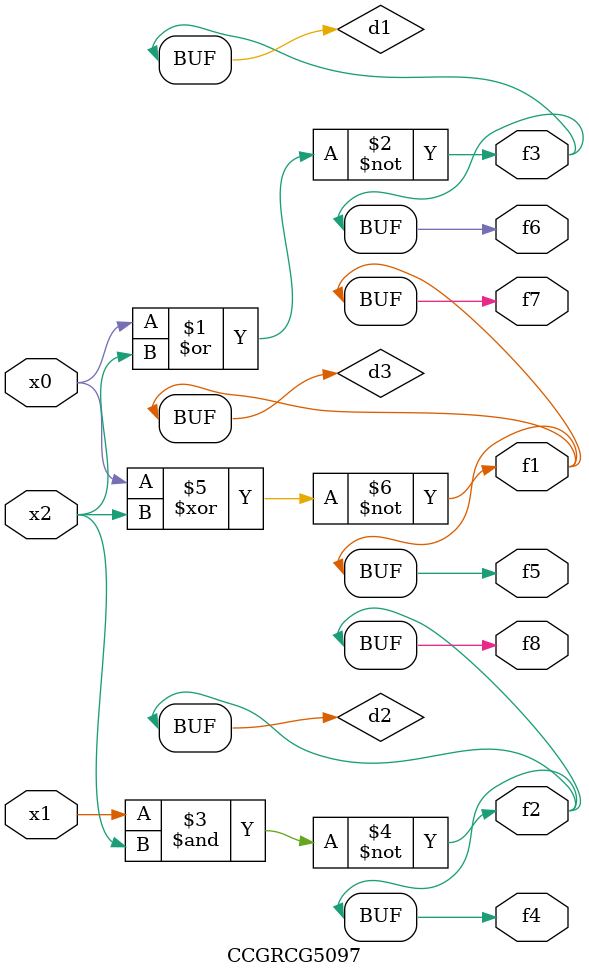
<source format=v>
module CCGRCG5097(
	input x0, x1, x2,
	output f1, f2, f3, f4, f5, f6, f7, f8
);

	wire d1, d2, d3;

	nor (d1, x0, x2);
	nand (d2, x1, x2);
	xnor (d3, x0, x2);
	assign f1 = d3;
	assign f2 = d2;
	assign f3 = d1;
	assign f4 = d2;
	assign f5 = d3;
	assign f6 = d1;
	assign f7 = d3;
	assign f8 = d2;
endmodule

</source>
